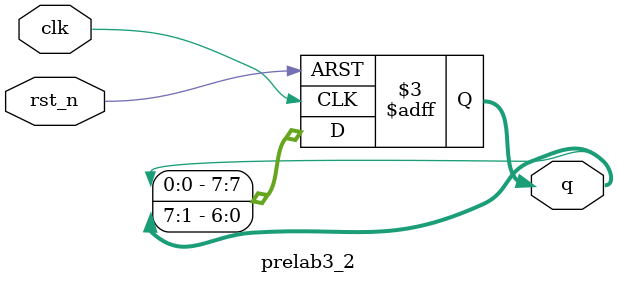
<source format=v>
`timescale 1ns / 1ps


module prelab3_2(q, clk, rst_n);
output [7:0] q;
input clk;
input rst_n;

reg [7:0] q;

always@(posedge clk or negedge rst_n)
    if(~rst_n)
        begin
            q<=8'b10010110;
        end
    else
        begin
            q[0] <= q[1];
            q[1] <= q[2];
            q[2] <= q[3];
            q[3] <= q[4];
            q[4] <= q[5];
            q[5] <= q[6];
            q[6] <= q[7];
            q[7] <= q[0];
        end
        
endmodule

</source>
